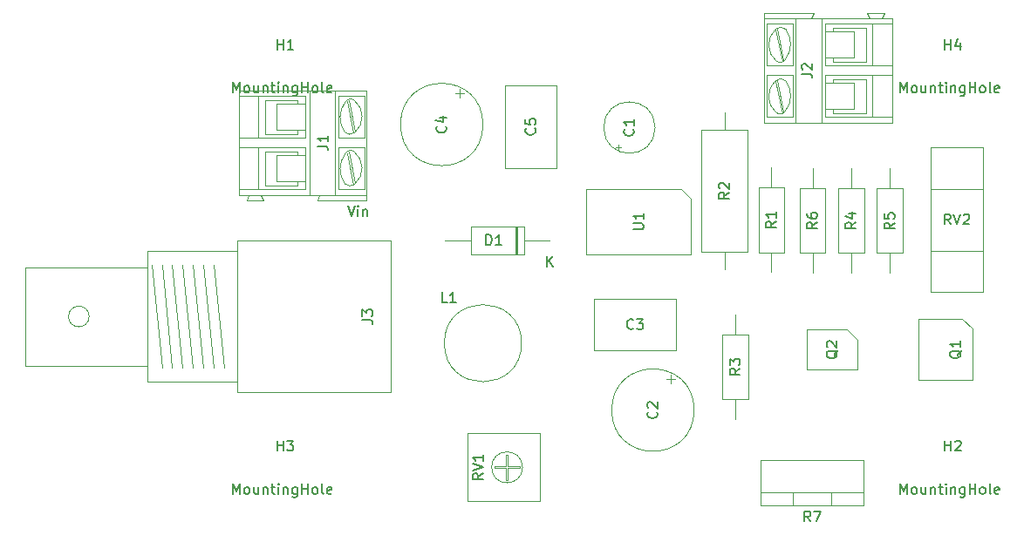
<source format=gbr>
G04 #@! TF.GenerationSoftware,KiCad,Pcbnew,5.0.2-bee76a0~70~ubuntu18.04.1*
G04 #@! TF.CreationDate,2019-07-19T14:17:51+01:00*
G04 #@! TF.ProjectId,led_driver,6c65645f-6472-4697-9665-722e6b696361,rev?*
G04 #@! TF.SameCoordinates,Original*
G04 #@! TF.FileFunction,Other,Fab,Top*
%FSLAX46Y46*%
G04 Gerber Fmt 4.6, Leading zero omitted, Abs format (unit mm)*
G04 Created by KiCad (PCBNEW 5.0.2-bee76a0~70~ubuntu18.04.1) date Fri 19 Jul 2019 14:17:51 BST*
%MOMM*%
%LPD*%
G01*
G04 APERTURE LIST*
%ADD10C,0.100000*%
%ADD11C,0.150000*%
G04 APERTURE END LIST*
D10*
G04 #@! TO.C,C1*
X127214000Y-66046800D02*
G75*
G03X127214000Y-66046800I-2500000J0D01*
G01*
X123626500Y-68180405D02*
X123626500Y-67680405D01*
X123376500Y-67930405D02*
X123876500Y-67930405D01*
G04 #@! TO.C,C2*
X131000000Y-93500000D02*
G75*
G03X131000000Y-93500000I-4000000J0D01*
G01*
X128747500Y-90073241D02*
X128747500Y-90873241D01*
X129147500Y-90473241D02*
X128347500Y-90473241D01*
G04 #@! TO.C,C3*
X129250000Y-87700000D02*
X129250000Y-82700000D01*
X129250000Y-82700000D02*
X121250000Y-82700000D01*
X121250000Y-82700000D02*
X121250000Y-87700000D01*
X121250000Y-87700000D02*
X129250000Y-87700000D01*
G04 #@! TO.C,C4*
X108647500Y-62723241D02*
X107847500Y-62723241D01*
X108247500Y-62323241D02*
X108247500Y-63123241D01*
X110500000Y-65750000D02*
G75*
G03X110500000Y-65750000I-4000000J0D01*
G01*
G04 #@! TO.C,C5*
X117663600Y-69950000D02*
X117663600Y-61950000D01*
X112663600Y-69950000D02*
X117663600Y-69950000D01*
X112663600Y-61950000D02*
X112663600Y-69950000D01*
X117663600Y-61950000D02*
X112663600Y-61950000D01*
G04 #@! TO.C,D1*
X114520000Y-78350000D02*
X114520000Y-75650000D01*
X114520000Y-75650000D02*
X109320000Y-75650000D01*
X109320000Y-75650000D02*
X109320000Y-78350000D01*
X109320000Y-78350000D02*
X114520000Y-78350000D01*
X117000000Y-77000000D02*
X114520000Y-77000000D01*
X106840000Y-77000000D02*
X109320000Y-77000000D01*
X113740000Y-78350000D02*
X113740000Y-75650000D01*
X113640000Y-78350000D02*
X113640000Y-75650000D01*
X113840000Y-78350000D02*
X113840000Y-75650000D01*
G04 #@! TO.C,J1*
X98058699Y-63437028D02*
G75*
G03X97130000Y-63580000I-408699J-432972D01*
G01*
X98071534Y-66539976D02*
G75*
G03X98000000Y-63380000I-1361534J1549976D01*
G01*
X97158582Y-63540171D02*
G75*
G03X97120000Y-66530000I1911418J-1519829D01*
G01*
X97086004Y-66485620D02*
G75*
G03X98050000Y-66530000I503996J455620D01*
G01*
X98058699Y-68437028D02*
G75*
G03X97130000Y-68580000I-408699J-432972D01*
G01*
X98061687Y-71538239D02*
G75*
G03X98000000Y-68390000I-1351687J1548239D01*
G01*
X97168263Y-68547667D02*
G75*
G03X97120000Y-71530000I1901737J-1522333D01*
G01*
X97076005Y-71485532D02*
G75*
G03X98050000Y-71540000I513995J455532D01*
G01*
X93250000Y-68360000D02*
X93250000Y-71670000D01*
X93250000Y-67980000D02*
X93250000Y-68360000D01*
X93250000Y-72050000D02*
X93250000Y-71670000D01*
X93640000Y-71670000D02*
X93640000Y-68360000D01*
X93640000Y-72610000D02*
X93640000Y-71670000D01*
X93640000Y-66660000D02*
X93640000Y-68360000D01*
X93640000Y-63360000D02*
X93640000Y-66660000D01*
X93640000Y-62420000D02*
X93640000Y-63360000D01*
X93250000Y-66660000D02*
X93250000Y-63360000D01*
X93250000Y-67040000D02*
X93250000Y-66660000D01*
X93250000Y-62980000D02*
X93250000Y-63360000D01*
X97320000Y-63510000D02*
X97950000Y-66560000D01*
X97450000Y-63380000D02*
X98080000Y-66440000D01*
X97320000Y-68520000D02*
X97950000Y-71560000D01*
X97450000Y-68390000D02*
X98080000Y-71440000D01*
X98970000Y-67040000D02*
X98970000Y-62980000D01*
X96430000Y-62980000D02*
X98970000Y-62980000D01*
X96430000Y-67040000D02*
X96430000Y-62980000D01*
X96430000Y-67040000D02*
X98970000Y-67040000D01*
X96430000Y-72050000D02*
X96430000Y-67980000D01*
X98970000Y-72050000D02*
X96430000Y-72050000D01*
X98970000Y-67980000D02*
X98970000Y-72050000D01*
X96430000Y-67980000D02*
X98970000Y-67980000D01*
X96170000Y-72610000D02*
X94650000Y-72610000D01*
X96170000Y-62420000D02*
X99220000Y-62420000D01*
X96170000Y-62420000D02*
X96170000Y-72610000D01*
X93640000Y-72610000D02*
X88940000Y-72610000D01*
X94650000Y-72610000D02*
X93640000Y-72610000D01*
X93640000Y-62420000D02*
X96170000Y-62420000D01*
X86780000Y-62420000D02*
X93640000Y-62420000D01*
X92490000Y-71670000D02*
X92490000Y-71280000D01*
X92490000Y-68360000D02*
X92490000Y-68740000D01*
X92490000Y-66660000D02*
X92490000Y-66280000D01*
X92490000Y-63360000D02*
X92490000Y-63740000D01*
X89320000Y-63360000D02*
X92490000Y-63360000D01*
X89320000Y-66660000D02*
X89320000Y-63360000D01*
X89320000Y-66660000D02*
X92490000Y-66660000D01*
X89320000Y-68360000D02*
X92490000Y-68360000D01*
X89320000Y-71670000D02*
X89320000Y-68360000D01*
X89320000Y-71670000D02*
X92490000Y-71670000D01*
X88680000Y-62980000D02*
X86780000Y-62980000D01*
X88680000Y-67040000D02*
X93250000Y-67040000D01*
X88680000Y-67040000D02*
X88680000Y-62980000D01*
X88680000Y-72050000D02*
X86780000Y-72050000D01*
X88680000Y-67980000D02*
X93250000Y-67980000D01*
X88680000Y-67980000D02*
X88680000Y-72050000D01*
X86780000Y-62980000D02*
X86780000Y-67040000D01*
X86780000Y-62420000D02*
X86780000Y-62980000D01*
X93250000Y-62980000D02*
X88680000Y-62980000D01*
X86780000Y-67040000D02*
X86780000Y-67980000D01*
X86780000Y-67040000D02*
X88680000Y-67040000D01*
X86780000Y-72050000D02*
X86780000Y-72610000D01*
X86780000Y-67980000D02*
X86780000Y-72050000D01*
X93250000Y-72050000D02*
X88680000Y-72050000D01*
X86780000Y-67980000D02*
X88680000Y-67980000D01*
X89190000Y-73110000D02*
X87540000Y-73110000D01*
X88940000Y-72610000D02*
X87790000Y-72610000D01*
X89190000Y-73110000D02*
X88940000Y-72610000D01*
X87790000Y-72610000D02*
X86780000Y-72610000D01*
X87540000Y-73110000D02*
X87790000Y-72610000D01*
X94400000Y-73110000D02*
X94650000Y-72610000D01*
X99220000Y-73110000D02*
X94400000Y-73110000D01*
X99220000Y-72610000D02*
X99220000Y-73110000D01*
X99220000Y-72610000D02*
X99220000Y-62420000D01*
X99220000Y-72610000D02*
X96170000Y-72610000D01*
X90460000Y-68740000D02*
X93250000Y-68740000D01*
X93250000Y-68740000D02*
X93250000Y-71280000D01*
X90460000Y-71280000D02*
X93250000Y-71280000D01*
X90460000Y-68740000D02*
X90460000Y-71280000D01*
X90460000Y-63740000D02*
X93250000Y-63740000D01*
X93250000Y-63740000D02*
X93250000Y-66280000D01*
X90460000Y-66280000D02*
X93250000Y-66280000D01*
X90460000Y-63740000D02*
X90460000Y-66280000D01*
G04 #@! TO.C,J2*
X146540000Y-64260000D02*
X146540000Y-61720000D01*
X146540000Y-61720000D02*
X143750000Y-61720000D01*
X143750000Y-64260000D02*
X143750000Y-61720000D01*
X146540000Y-64260000D02*
X143750000Y-64260000D01*
X146540000Y-59260000D02*
X146540000Y-56720000D01*
X146540000Y-56720000D02*
X143750000Y-56720000D01*
X143750000Y-59260000D02*
X143750000Y-56720000D01*
X146540000Y-59260000D02*
X143750000Y-59260000D01*
X137780000Y-55390000D02*
X140830000Y-55390000D01*
X137780000Y-55390000D02*
X137780000Y-65580000D01*
X137780000Y-55390000D02*
X137780000Y-54890000D01*
X137780000Y-54890000D02*
X142600000Y-54890000D01*
X142600000Y-54890000D02*
X142350000Y-55390000D01*
X149460000Y-54890000D02*
X149210000Y-55390000D01*
X149210000Y-55390000D02*
X150220000Y-55390000D01*
X147810000Y-54890000D02*
X148060000Y-55390000D01*
X148060000Y-55390000D02*
X149210000Y-55390000D01*
X147810000Y-54890000D02*
X149460000Y-54890000D01*
X150220000Y-60020000D02*
X148320000Y-60020000D01*
X143750000Y-55950000D02*
X148320000Y-55950000D01*
X150220000Y-60020000D02*
X150220000Y-55950000D01*
X150220000Y-55950000D02*
X150220000Y-55390000D01*
X150220000Y-60960000D02*
X148320000Y-60960000D01*
X150220000Y-60960000D02*
X150220000Y-60020000D01*
X143750000Y-65020000D02*
X148320000Y-65020000D01*
X150220000Y-65580000D02*
X150220000Y-65020000D01*
X150220000Y-65020000D02*
X150220000Y-60960000D01*
X148320000Y-60020000D02*
X148320000Y-55950000D01*
X148320000Y-60020000D02*
X143750000Y-60020000D01*
X148320000Y-55950000D02*
X150220000Y-55950000D01*
X148320000Y-60960000D02*
X148320000Y-65020000D01*
X148320000Y-60960000D02*
X143750000Y-60960000D01*
X148320000Y-65020000D02*
X150220000Y-65020000D01*
X147680000Y-56330000D02*
X144510000Y-56330000D01*
X147680000Y-56330000D02*
X147680000Y-59640000D01*
X147680000Y-59640000D02*
X144510000Y-59640000D01*
X147680000Y-61340000D02*
X144510000Y-61340000D01*
X147680000Y-61340000D02*
X147680000Y-64640000D01*
X147680000Y-64640000D02*
X144510000Y-64640000D01*
X144510000Y-64640000D02*
X144510000Y-64260000D01*
X144510000Y-61340000D02*
X144510000Y-61720000D01*
X144510000Y-59640000D02*
X144510000Y-59260000D01*
X144510000Y-56330000D02*
X144510000Y-56720000D01*
X150220000Y-65580000D02*
X143360000Y-65580000D01*
X143360000Y-65580000D02*
X140830000Y-65580000D01*
X142350000Y-55390000D02*
X143360000Y-55390000D01*
X143360000Y-55390000D02*
X148060000Y-55390000D01*
X140830000Y-65580000D02*
X140830000Y-55390000D01*
X140830000Y-65580000D02*
X137780000Y-65580000D01*
X140830000Y-55390000D02*
X142350000Y-55390000D01*
X140570000Y-60020000D02*
X138030000Y-60020000D01*
X138030000Y-60020000D02*
X138030000Y-55950000D01*
X138030000Y-55950000D02*
X140570000Y-55950000D01*
X140570000Y-55950000D02*
X140570000Y-60020000D01*
X140570000Y-60960000D02*
X138030000Y-60960000D01*
X140570000Y-60960000D02*
X140570000Y-65020000D01*
X140570000Y-65020000D02*
X138030000Y-65020000D01*
X138030000Y-60960000D02*
X138030000Y-65020000D01*
X139550000Y-59610000D02*
X138920000Y-56560000D01*
X139680000Y-59480000D02*
X139050000Y-56440000D01*
X139550000Y-64620000D02*
X138920000Y-61560000D01*
X139680000Y-64490000D02*
X139050000Y-61440000D01*
X143750000Y-65020000D02*
X143750000Y-64640000D01*
X143750000Y-60960000D02*
X143750000Y-61340000D01*
X143750000Y-61340000D02*
X143750000Y-64640000D01*
X143360000Y-65580000D02*
X143360000Y-64640000D01*
X143360000Y-64640000D02*
X143360000Y-61340000D01*
X143360000Y-61340000D02*
X143360000Y-59640000D01*
X143360000Y-55390000D02*
X143360000Y-56330000D01*
X143360000Y-56330000D02*
X143360000Y-59640000D01*
X143750000Y-55950000D02*
X143750000Y-56330000D01*
X143750000Y-60020000D02*
X143750000Y-59640000D01*
X143750000Y-59640000D02*
X143750000Y-56330000D01*
X139923995Y-56514468D02*
G75*
G03X138950000Y-56460000I-513995J-455532D01*
G01*
X139831737Y-59452333D02*
G75*
G03X139880000Y-56470000I-1901737J1522333D01*
G01*
X138938313Y-56461761D02*
G75*
G03X139000000Y-59610000I1351687J-1548239D01*
G01*
X138941301Y-59562972D02*
G75*
G03X139870000Y-59420000I408699J432972D01*
G01*
X139913996Y-61514380D02*
G75*
G03X138950000Y-61470000I-503996J-455620D01*
G01*
X139841418Y-64459829D02*
G75*
G03X139880000Y-61470000I-1911418J1519829D01*
G01*
X138928466Y-61460024D02*
G75*
G03X139000000Y-64620000I1361534J-1549976D01*
G01*
X138941301Y-64562972D02*
G75*
G03X139870000Y-64420000I408699J432972D01*
G01*
G04 #@! TO.C,J3*
X79339400Y-89404200D02*
X78339400Y-79404200D01*
X80339400Y-89404200D02*
X79339400Y-79404200D01*
X81339400Y-89404200D02*
X80339400Y-79404200D01*
X82339400Y-89404200D02*
X81339400Y-79404200D01*
X83339400Y-89404200D02*
X82339400Y-79404200D01*
X84339400Y-89404200D02*
X83339400Y-79404200D01*
X72269400Y-84404200D02*
G75*
G03X72269400Y-84404200I-1000000J0D01*
G01*
X77939400Y-79604200D02*
X66039400Y-79604200D01*
X66039400Y-79604200D02*
X66039400Y-89204200D01*
X66039400Y-89204200D02*
X77939400Y-89204200D01*
X86639400Y-78054200D02*
X77939400Y-78054200D01*
X77939400Y-78054200D02*
X77939400Y-90754200D01*
X77939400Y-90754200D02*
X86639400Y-90754200D01*
X101539400Y-91754200D02*
X101539400Y-77054200D01*
X101539400Y-77054200D02*
X86639400Y-77054200D01*
X86639400Y-77054200D02*
X86639400Y-91754200D01*
X86639400Y-91754200D02*
X101539400Y-91754200D01*
X85339400Y-89404200D02*
X84339400Y-79404200D01*
G04 #@! TO.C,Q1*
X158000000Y-85600000D02*
X158000000Y-90600000D01*
X152800000Y-84600000D02*
X157000000Y-84600000D01*
X152800000Y-90600000D02*
X152800000Y-84600000D01*
X158000000Y-90600000D02*
X152800000Y-90600000D01*
X158000000Y-85600000D02*
X157000000Y-84600000D01*
G04 #@! TO.C,Q2*
X146850000Y-86650000D02*
X146850000Y-89550000D01*
X146850000Y-89550000D02*
X141950000Y-89550000D01*
X141950000Y-89550000D02*
X141950000Y-85650000D01*
X141950000Y-85650000D02*
X145850000Y-85650000D01*
X145850000Y-85650000D02*
X146850000Y-86650000D01*
G04 #@! TO.C,R1*
X137250000Y-78168400D02*
X139750000Y-78168400D01*
X139750000Y-78168400D02*
X139750000Y-71868400D01*
X139750000Y-71868400D02*
X137250000Y-71868400D01*
X137250000Y-71868400D02*
X137250000Y-78168400D01*
X138500000Y-80098400D02*
X138500000Y-78168400D01*
X138500000Y-69938400D02*
X138500000Y-71868400D01*
G04 #@! TO.C,R3*
X135000000Y-94360000D02*
X135000000Y-92430000D01*
X135000000Y-84200000D02*
X135000000Y-86130000D01*
X136250000Y-92430000D02*
X136250000Y-86130000D01*
X133750000Y-92430000D02*
X136250000Y-92430000D01*
X133750000Y-86130000D02*
X133750000Y-92430000D01*
X136250000Y-86130000D02*
X133750000Y-86130000D01*
G04 #@! TO.C,R4*
X147500000Y-71930000D02*
X145000000Y-71930000D01*
X145000000Y-71930000D02*
X145000000Y-78230000D01*
X145000000Y-78230000D02*
X147500000Y-78230000D01*
X147500000Y-78230000D02*
X147500000Y-71930000D01*
X146250000Y-70000000D02*
X146250000Y-71930000D01*
X146250000Y-80160000D02*
X146250000Y-78230000D01*
G04 #@! TO.C,R5*
X151250000Y-71930000D02*
X148750000Y-71930000D01*
X148750000Y-71930000D02*
X148750000Y-78230000D01*
X148750000Y-78230000D02*
X151250000Y-78230000D01*
X151250000Y-78230000D02*
X151250000Y-71930000D01*
X150000000Y-70000000D02*
X150000000Y-71930000D01*
X150000000Y-80160000D02*
X150000000Y-78230000D01*
G04 #@! TO.C,R6*
X142500000Y-70000000D02*
X142500000Y-71930000D01*
X142500000Y-80160000D02*
X142500000Y-78230000D01*
X141250000Y-71930000D02*
X141250000Y-78230000D01*
X143750000Y-71930000D02*
X141250000Y-71930000D01*
X143750000Y-78230000D02*
X143750000Y-71930000D01*
X141250000Y-78230000D02*
X143750000Y-78230000D01*
G04 #@! TO.C,RV2*
X159000000Y-68000000D02*
X159000000Y-82000000D01*
X159000000Y-82000000D02*
X154000000Y-82000000D01*
X154000000Y-82000000D02*
X154000000Y-68000000D01*
X154000000Y-68000000D02*
X159000000Y-68000000D01*
X154000000Y-72000000D02*
X154000000Y-78000000D01*
X154000000Y-78000000D02*
X159000000Y-78000000D01*
X159000000Y-78000000D02*
X159000000Y-72000000D01*
X159000000Y-72000000D02*
X154000000Y-72000000D01*
G04 #@! TO.C,U1*
X130708400Y-72995800D02*
X130708400Y-78345800D01*
X130708400Y-78345800D02*
X120548400Y-78345800D01*
X120548400Y-78345800D02*
X120548400Y-71995800D01*
X120548400Y-71995800D02*
X129708400Y-71995800D01*
X129708400Y-71995800D02*
X130708400Y-72995800D01*
G04 #@! TO.C,L1*
X114250000Y-87000000D02*
G75*
G03X114250000Y-87000000I-3750000J0D01*
G01*
G04 #@! TO.C,R2*
X131709600Y-78130000D02*
X136209600Y-78130000D01*
X136209600Y-78130000D02*
X136209600Y-66230000D01*
X136209600Y-66230000D02*
X131709600Y-66230000D01*
X131709600Y-66230000D02*
X131709600Y-78130000D01*
X133959600Y-79800000D02*
X133959600Y-78130000D01*
X133959600Y-64560000D02*
X133959600Y-66230000D01*
G04 #@! TO.C,R7*
X147460000Y-102750000D02*
X147460000Y-98350000D01*
X147460000Y-98350000D02*
X137460000Y-98350000D01*
X137460000Y-98350000D02*
X137460000Y-102750000D01*
X137460000Y-102750000D02*
X147460000Y-102750000D01*
X147460000Y-101480000D02*
X137460000Y-101480000D01*
X144310000Y-102750000D02*
X144310000Y-101480000D01*
X140610000Y-102750000D02*
X140610000Y-101480000D01*
G04 #@! TO.C,RV1*
X114340000Y-99060000D02*
G75*
G03X114340000Y-99060000I-1500000J0D01*
G01*
X109040000Y-95760000D02*
X109040000Y-102360000D01*
X109040000Y-102360000D02*
X116040000Y-102360000D01*
X116040000Y-102360000D02*
X116040000Y-95760000D01*
X116040000Y-95760000D02*
X109040000Y-95760000D01*
X111639000Y-98984000D02*
X112764000Y-98984000D01*
X112764000Y-98984000D02*
X112764000Y-97859000D01*
X112764000Y-97859000D02*
X112916000Y-97859000D01*
X112916000Y-97859000D02*
X112916000Y-98984000D01*
X112916000Y-98984000D02*
X114041000Y-98984000D01*
X114041000Y-98984000D02*
X114041000Y-99136000D01*
X114041000Y-99136000D02*
X112916000Y-99136000D01*
X112916000Y-99136000D02*
X112916000Y-100261000D01*
X112916000Y-100261000D02*
X112764000Y-100261000D01*
X112764000Y-100261000D02*
X112764000Y-99136000D01*
X112764000Y-99136000D02*
X111639000Y-99136000D01*
X111639000Y-99136000D02*
X111639000Y-98984000D01*
G04 #@! TD*
G04 #@! TO.C,C1*
D11*
X125071142Y-66213466D02*
X125118761Y-66261085D01*
X125166380Y-66403942D01*
X125166380Y-66499180D01*
X125118761Y-66642038D01*
X125023523Y-66737276D01*
X124928285Y-66784895D01*
X124737809Y-66832514D01*
X124594952Y-66832514D01*
X124404476Y-66784895D01*
X124309238Y-66737276D01*
X124214000Y-66642038D01*
X124166380Y-66499180D01*
X124166380Y-66403942D01*
X124214000Y-66261085D01*
X124261619Y-66213466D01*
X125166380Y-65261085D02*
X125166380Y-65832514D01*
X125166380Y-65546800D02*
X124166380Y-65546800D01*
X124309238Y-65642038D01*
X124404476Y-65737276D01*
X124452095Y-65832514D01*
G04 #@! TO.C,C2*
X127357142Y-93666666D02*
X127404761Y-93714285D01*
X127452380Y-93857142D01*
X127452380Y-93952380D01*
X127404761Y-94095238D01*
X127309523Y-94190476D01*
X127214285Y-94238095D01*
X127023809Y-94285714D01*
X126880952Y-94285714D01*
X126690476Y-94238095D01*
X126595238Y-94190476D01*
X126500000Y-94095238D01*
X126452380Y-93952380D01*
X126452380Y-93857142D01*
X126500000Y-93714285D01*
X126547619Y-93666666D01*
X126547619Y-93285714D02*
X126500000Y-93238095D01*
X126452380Y-93142857D01*
X126452380Y-92904761D01*
X126500000Y-92809523D01*
X126547619Y-92761904D01*
X126642857Y-92714285D01*
X126738095Y-92714285D01*
X126880952Y-92761904D01*
X127452380Y-93333333D01*
X127452380Y-92714285D01*
G04 #@! TO.C,C3*
X125083333Y-85557142D02*
X125035714Y-85604761D01*
X124892857Y-85652380D01*
X124797619Y-85652380D01*
X124654761Y-85604761D01*
X124559523Y-85509523D01*
X124511904Y-85414285D01*
X124464285Y-85223809D01*
X124464285Y-85080952D01*
X124511904Y-84890476D01*
X124559523Y-84795238D01*
X124654761Y-84700000D01*
X124797619Y-84652380D01*
X124892857Y-84652380D01*
X125035714Y-84700000D01*
X125083333Y-84747619D01*
X125416666Y-84652380D02*
X126035714Y-84652380D01*
X125702380Y-85033333D01*
X125845238Y-85033333D01*
X125940476Y-85080952D01*
X125988095Y-85128571D01*
X126035714Y-85223809D01*
X126035714Y-85461904D01*
X125988095Y-85557142D01*
X125940476Y-85604761D01*
X125845238Y-85652380D01*
X125559523Y-85652380D01*
X125464285Y-85604761D01*
X125416666Y-85557142D01*
G04 #@! TO.C,C4*
X106857142Y-65916666D02*
X106904761Y-65964285D01*
X106952380Y-66107142D01*
X106952380Y-66202380D01*
X106904761Y-66345238D01*
X106809523Y-66440476D01*
X106714285Y-66488095D01*
X106523809Y-66535714D01*
X106380952Y-66535714D01*
X106190476Y-66488095D01*
X106095238Y-66440476D01*
X106000000Y-66345238D01*
X105952380Y-66202380D01*
X105952380Y-66107142D01*
X106000000Y-65964285D01*
X106047619Y-65916666D01*
X106285714Y-65059523D02*
X106952380Y-65059523D01*
X105904761Y-65297619D02*
X106619047Y-65535714D01*
X106619047Y-64916666D01*
G04 #@! TO.C,C5*
X115520742Y-66116666D02*
X115568361Y-66164285D01*
X115615980Y-66307142D01*
X115615980Y-66402380D01*
X115568361Y-66545238D01*
X115473123Y-66640476D01*
X115377885Y-66688095D01*
X115187409Y-66735714D01*
X115044552Y-66735714D01*
X114854076Y-66688095D01*
X114758838Y-66640476D01*
X114663600Y-66545238D01*
X114615980Y-66402380D01*
X114615980Y-66307142D01*
X114663600Y-66164285D01*
X114711219Y-66116666D01*
X114615980Y-65211904D02*
X114615980Y-65688095D01*
X115092171Y-65735714D01*
X115044552Y-65688095D01*
X114996933Y-65592857D01*
X114996933Y-65354761D01*
X115044552Y-65259523D01*
X115092171Y-65211904D01*
X115187409Y-65164285D01*
X115425504Y-65164285D01*
X115520742Y-65211904D01*
X115568361Y-65259523D01*
X115615980Y-65354761D01*
X115615980Y-65592857D01*
X115568361Y-65688095D01*
X115520742Y-65735714D01*
G04 #@! TO.C,D1*
X110791904Y-77452380D02*
X110791904Y-76452380D01*
X111030000Y-76452380D01*
X111172857Y-76500000D01*
X111268095Y-76595238D01*
X111315714Y-76690476D01*
X111363333Y-76880952D01*
X111363333Y-77023809D01*
X111315714Y-77214285D01*
X111268095Y-77309523D01*
X111172857Y-77404761D01*
X111030000Y-77452380D01*
X110791904Y-77452380D01*
X112315714Y-77452380D02*
X111744285Y-77452380D01*
X112030000Y-77452380D02*
X112030000Y-76452380D01*
X111934761Y-76595238D01*
X111839523Y-76690476D01*
X111744285Y-76738095D01*
X116738095Y-79552380D02*
X116738095Y-78552380D01*
X117309523Y-79552380D02*
X116880952Y-78980952D01*
X117309523Y-78552380D02*
X116738095Y-79123809D01*
G04 #@! TO.C,J1*
X97376190Y-73652380D02*
X97709523Y-74652380D01*
X98042857Y-73652380D01*
X98376190Y-74652380D02*
X98376190Y-73985714D01*
X98376190Y-73652380D02*
X98328571Y-73700000D01*
X98376190Y-73747619D01*
X98423809Y-73700000D01*
X98376190Y-73652380D01*
X98376190Y-73747619D01*
X98852380Y-73985714D02*
X98852380Y-74652380D01*
X98852380Y-74080952D02*
X98900000Y-74033333D01*
X98995238Y-73985714D01*
X99138095Y-73985714D01*
X99233333Y-74033333D01*
X99280952Y-74128571D01*
X99280952Y-74652380D01*
X94452380Y-67833333D02*
X95166666Y-67833333D01*
X95309523Y-67880952D01*
X95404761Y-67976190D01*
X95452380Y-68119047D01*
X95452380Y-68214285D01*
X95452380Y-66833333D02*
X95452380Y-67404761D01*
X95452380Y-67119047D02*
X94452380Y-67119047D01*
X94595238Y-67214285D01*
X94690476Y-67309523D01*
X94738095Y-67404761D01*
G04 #@! TO.C,J2*
X141452380Y-60833333D02*
X142166666Y-60833333D01*
X142309523Y-60880952D01*
X142404761Y-60976190D01*
X142452380Y-61119047D01*
X142452380Y-61214285D01*
X141547619Y-60404761D02*
X141500000Y-60357142D01*
X141452380Y-60261904D01*
X141452380Y-60023809D01*
X141500000Y-59928571D01*
X141547619Y-59880952D01*
X141642857Y-59833333D01*
X141738095Y-59833333D01*
X141880952Y-59880952D01*
X142452380Y-60452380D01*
X142452380Y-59833333D01*
G04 #@! TO.C,J3*
X98791780Y-84737533D02*
X99506066Y-84737533D01*
X99648923Y-84785152D01*
X99744161Y-84880390D01*
X99791780Y-85023247D01*
X99791780Y-85118485D01*
X98791780Y-84356580D02*
X98791780Y-83737533D01*
X99172733Y-84070866D01*
X99172733Y-83928009D01*
X99220352Y-83832771D01*
X99267971Y-83785152D01*
X99363209Y-83737533D01*
X99601304Y-83737533D01*
X99696542Y-83785152D01*
X99744161Y-83832771D01*
X99791780Y-83928009D01*
X99791780Y-84213723D01*
X99744161Y-84308961D01*
X99696542Y-84356580D01*
G04 #@! TO.C,Q1*
X156947619Y-87695238D02*
X156900000Y-87790476D01*
X156804761Y-87885714D01*
X156661904Y-88028571D01*
X156614285Y-88123809D01*
X156614285Y-88219047D01*
X156852380Y-88171428D02*
X156804761Y-88266666D01*
X156709523Y-88361904D01*
X156519047Y-88409523D01*
X156185714Y-88409523D01*
X155995238Y-88361904D01*
X155900000Y-88266666D01*
X155852380Y-88171428D01*
X155852380Y-87980952D01*
X155900000Y-87885714D01*
X155995238Y-87790476D01*
X156185714Y-87742857D01*
X156519047Y-87742857D01*
X156709523Y-87790476D01*
X156804761Y-87885714D01*
X156852380Y-87980952D01*
X156852380Y-88171428D01*
X156852380Y-86790476D02*
X156852380Y-87361904D01*
X156852380Y-87076190D02*
X155852380Y-87076190D01*
X155995238Y-87171428D01*
X156090476Y-87266666D01*
X156138095Y-87361904D01*
G04 #@! TO.C,Q2*
X144947619Y-87695238D02*
X144900000Y-87790476D01*
X144804761Y-87885714D01*
X144661904Y-88028571D01*
X144614285Y-88123809D01*
X144614285Y-88219047D01*
X144852380Y-88171428D02*
X144804761Y-88266666D01*
X144709523Y-88361904D01*
X144519047Y-88409523D01*
X144185714Y-88409523D01*
X143995238Y-88361904D01*
X143900000Y-88266666D01*
X143852380Y-88171428D01*
X143852380Y-87980952D01*
X143900000Y-87885714D01*
X143995238Y-87790476D01*
X144185714Y-87742857D01*
X144519047Y-87742857D01*
X144709523Y-87790476D01*
X144804761Y-87885714D01*
X144852380Y-87980952D01*
X144852380Y-88171428D01*
X143947619Y-87361904D02*
X143900000Y-87314285D01*
X143852380Y-87219047D01*
X143852380Y-86980952D01*
X143900000Y-86885714D01*
X143947619Y-86838095D01*
X144042857Y-86790476D01*
X144138095Y-86790476D01*
X144280952Y-86838095D01*
X144852380Y-87409523D01*
X144852380Y-86790476D01*
G04 #@! TO.C,R1*
X138952380Y-75185066D02*
X138476190Y-75518400D01*
X138952380Y-75756495D02*
X137952380Y-75756495D01*
X137952380Y-75375542D01*
X138000000Y-75280304D01*
X138047619Y-75232685D01*
X138142857Y-75185066D01*
X138285714Y-75185066D01*
X138380952Y-75232685D01*
X138428571Y-75280304D01*
X138476190Y-75375542D01*
X138476190Y-75756495D01*
X138952380Y-74232685D02*
X138952380Y-74804114D01*
X138952380Y-74518400D02*
X137952380Y-74518400D01*
X138095238Y-74613638D01*
X138190476Y-74708876D01*
X138238095Y-74804114D01*
G04 #@! TO.C,R3*
X135452380Y-89446666D02*
X134976190Y-89780000D01*
X135452380Y-90018095D02*
X134452380Y-90018095D01*
X134452380Y-89637142D01*
X134500000Y-89541904D01*
X134547619Y-89494285D01*
X134642857Y-89446666D01*
X134785714Y-89446666D01*
X134880952Y-89494285D01*
X134928571Y-89541904D01*
X134976190Y-89637142D01*
X134976190Y-90018095D01*
X134452380Y-89113333D02*
X134452380Y-88494285D01*
X134833333Y-88827619D01*
X134833333Y-88684761D01*
X134880952Y-88589523D01*
X134928571Y-88541904D01*
X135023809Y-88494285D01*
X135261904Y-88494285D01*
X135357142Y-88541904D01*
X135404761Y-88589523D01*
X135452380Y-88684761D01*
X135452380Y-88970476D01*
X135404761Y-89065714D01*
X135357142Y-89113333D01*
G04 #@! TO.C,R4*
X146702380Y-75246666D02*
X146226190Y-75580000D01*
X146702380Y-75818095D02*
X145702380Y-75818095D01*
X145702380Y-75437142D01*
X145750000Y-75341904D01*
X145797619Y-75294285D01*
X145892857Y-75246666D01*
X146035714Y-75246666D01*
X146130952Y-75294285D01*
X146178571Y-75341904D01*
X146226190Y-75437142D01*
X146226190Y-75818095D01*
X146035714Y-74389523D02*
X146702380Y-74389523D01*
X145654761Y-74627619D02*
X146369047Y-74865714D01*
X146369047Y-74246666D01*
G04 #@! TO.C,R5*
X150452380Y-75297466D02*
X149976190Y-75630800D01*
X150452380Y-75868895D02*
X149452380Y-75868895D01*
X149452380Y-75487942D01*
X149500000Y-75392704D01*
X149547619Y-75345085D01*
X149642857Y-75297466D01*
X149785714Y-75297466D01*
X149880952Y-75345085D01*
X149928571Y-75392704D01*
X149976190Y-75487942D01*
X149976190Y-75868895D01*
X149452380Y-74392704D02*
X149452380Y-74868895D01*
X149928571Y-74916514D01*
X149880952Y-74868895D01*
X149833333Y-74773657D01*
X149833333Y-74535561D01*
X149880952Y-74440323D01*
X149928571Y-74392704D01*
X150023809Y-74345085D01*
X150261904Y-74345085D01*
X150357142Y-74392704D01*
X150404761Y-74440323D01*
X150452380Y-74535561D01*
X150452380Y-74773657D01*
X150404761Y-74868895D01*
X150357142Y-74916514D01*
G04 #@! TO.C,R6*
X142952380Y-75246666D02*
X142476190Y-75580000D01*
X142952380Y-75818095D02*
X141952380Y-75818095D01*
X141952380Y-75437142D01*
X142000000Y-75341904D01*
X142047619Y-75294285D01*
X142142857Y-75246666D01*
X142285714Y-75246666D01*
X142380952Y-75294285D01*
X142428571Y-75341904D01*
X142476190Y-75437142D01*
X142476190Y-75818095D01*
X141952380Y-74389523D02*
X141952380Y-74580000D01*
X142000000Y-74675238D01*
X142047619Y-74722857D01*
X142190476Y-74818095D01*
X142380952Y-74865714D01*
X142761904Y-74865714D01*
X142857142Y-74818095D01*
X142904761Y-74770476D01*
X142952380Y-74675238D01*
X142952380Y-74484761D01*
X142904761Y-74389523D01*
X142857142Y-74341904D01*
X142761904Y-74294285D01*
X142523809Y-74294285D01*
X142428571Y-74341904D01*
X142380952Y-74389523D01*
X142333333Y-74484761D01*
X142333333Y-74675238D01*
X142380952Y-74770476D01*
X142428571Y-74818095D01*
X142523809Y-74865714D01*
G04 #@! TO.C,RV2*
X155904761Y-75452380D02*
X155571428Y-74976190D01*
X155333333Y-75452380D02*
X155333333Y-74452380D01*
X155714285Y-74452380D01*
X155809523Y-74500000D01*
X155857142Y-74547619D01*
X155904761Y-74642857D01*
X155904761Y-74785714D01*
X155857142Y-74880952D01*
X155809523Y-74928571D01*
X155714285Y-74976190D01*
X155333333Y-74976190D01*
X156190476Y-74452380D02*
X156523809Y-75452380D01*
X156857142Y-74452380D01*
X157142857Y-74547619D02*
X157190476Y-74500000D01*
X157285714Y-74452380D01*
X157523809Y-74452380D01*
X157619047Y-74500000D01*
X157666666Y-74547619D01*
X157714285Y-74642857D01*
X157714285Y-74738095D01*
X157666666Y-74880952D01*
X157095238Y-75452380D01*
X157714285Y-75452380D01*
G04 #@! TO.C,U1*
X125080780Y-75932704D02*
X125890304Y-75932704D01*
X125985542Y-75885085D01*
X126033161Y-75837466D01*
X126080780Y-75742228D01*
X126080780Y-75551752D01*
X126033161Y-75456514D01*
X125985542Y-75408895D01*
X125890304Y-75361276D01*
X125080780Y-75361276D01*
X126080780Y-74361276D02*
X126080780Y-74932704D01*
X126080780Y-74646990D02*
X125080780Y-74646990D01*
X125223638Y-74742228D01*
X125318876Y-74837466D01*
X125366495Y-74932704D01*
G04 #@! TO.C,H1*
X86214285Y-62652380D02*
X86214285Y-61652380D01*
X86547619Y-62366666D01*
X86880952Y-61652380D01*
X86880952Y-62652380D01*
X87500000Y-62652380D02*
X87404761Y-62604761D01*
X87357142Y-62557142D01*
X87309523Y-62461904D01*
X87309523Y-62176190D01*
X87357142Y-62080952D01*
X87404761Y-62033333D01*
X87500000Y-61985714D01*
X87642857Y-61985714D01*
X87738095Y-62033333D01*
X87785714Y-62080952D01*
X87833333Y-62176190D01*
X87833333Y-62461904D01*
X87785714Y-62557142D01*
X87738095Y-62604761D01*
X87642857Y-62652380D01*
X87500000Y-62652380D01*
X88690476Y-61985714D02*
X88690476Y-62652380D01*
X88261904Y-61985714D02*
X88261904Y-62509523D01*
X88309523Y-62604761D01*
X88404761Y-62652380D01*
X88547619Y-62652380D01*
X88642857Y-62604761D01*
X88690476Y-62557142D01*
X89166666Y-61985714D02*
X89166666Y-62652380D01*
X89166666Y-62080952D02*
X89214285Y-62033333D01*
X89309523Y-61985714D01*
X89452380Y-61985714D01*
X89547619Y-62033333D01*
X89595238Y-62128571D01*
X89595238Y-62652380D01*
X89928571Y-61985714D02*
X90309523Y-61985714D01*
X90071428Y-61652380D02*
X90071428Y-62509523D01*
X90119047Y-62604761D01*
X90214285Y-62652380D01*
X90309523Y-62652380D01*
X90642857Y-62652380D02*
X90642857Y-61985714D01*
X90642857Y-61652380D02*
X90595238Y-61700000D01*
X90642857Y-61747619D01*
X90690476Y-61700000D01*
X90642857Y-61652380D01*
X90642857Y-61747619D01*
X91119047Y-61985714D02*
X91119047Y-62652380D01*
X91119047Y-62080952D02*
X91166666Y-62033333D01*
X91261904Y-61985714D01*
X91404761Y-61985714D01*
X91500000Y-62033333D01*
X91547619Y-62128571D01*
X91547619Y-62652380D01*
X92452380Y-61985714D02*
X92452380Y-62795238D01*
X92404761Y-62890476D01*
X92357142Y-62938095D01*
X92261904Y-62985714D01*
X92119047Y-62985714D01*
X92023809Y-62938095D01*
X92452380Y-62604761D02*
X92357142Y-62652380D01*
X92166666Y-62652380D01*
X92071428Y-62604761D01*
X92023809Y-62557142D01*
X91976190Y-62461904D01*
X91976190Y-62176190D01*
X92023809Y-62080952D01*
X92071428Y-62033333D01*
X92166666Y-61985714D01*
X92357142Y-61985714D01*
X92452380Y-62033333D01*
X92928571Y-62652380D02*
X92928571Y-61652380D01*
X92928571Y-62128571D02*
X93500000Y-62128571D01*
X93500000Y-62652380D02*
X93500000Y-61652380D01*
X94119047Y-62652380D02*
X94023809Y-62604761D01*
X93976190Y-62557142D01*
X93928571Y-62461904D01*
X93928571Y-62176190D01*
X93976190Y-62080952D01*
X94023809Y-62033333D01*
X94119047Y-61985714D01*
X94261904Y-61985714D01*
X94357142Y-62033333D01*
X94404761Y-62080952D01*
X94452380Y-62176190D01*
X94452380Y-62461904D01*
X94404761Y-62557142D01*
X94357142Y-62604761D01*
X94261904Y-62652380D01*
X94119047Y-62652380D01*
X95023809Y-62652380D02*
X94928571Y-62604761D01*
X94880952Y-62509523D01*
X94880952Y-61652380D01*
X95785714Y-62604761D02*
X95690476Y-62652380D01*
X95500000Y-62652380D01*
X95404761Y-62604761D01*
X95357142Y-62509523D01*
X95357142Y-62128571D01*
X95404761Y-62033333D01*
X95500000Y-61985714D01*
X95690476Y-61985714D01*
X95785714Y-62033333D01*
X95833333Y-62128571D01*
X95833333Y-62223809D01*
X95357142Y-62319047D01*
X90538095Y-58452380D02*
X90538095Y-57452380D01*
X90538095Y-57928571D02*
X91109523Y-57928571D01*
X91109523Y-58452380D02*
X91109523Y-57452380D01*
X92109523Y-58452380D02*
X91538095Y-58452380D01*
X91823809Y-58452380D02*
X91823809Y-57452380D01*
X91728571Y-57595238D01*
X91633333Y-57690476D01*
X91538095Y-57738095D01*
G04 #@! TO.C,H2*
X151014285Y-101652380D02*
X151014285Y-100652380D01*
X151347619Y-101366666D01*
X151680952Y-100652380D01*
X151680952Y-101652380D01*
X152300000Y-101652380D02*
X152204761Y-101604761D01*
X152157142Y-101557142D01*
X152109523Y-101461904D01*
X152109523Y-101176190D01*
X152157142Y-101080952D01*
X152204761Y-101033333D01*
X152300000Y-100985714D01*
X152442857Y-100985714D01*
X152538095Y-101033333D01*
X152585714Y-101080952D01*
X152633333Y-101176190D01*
X152633333Y-101461904D01*
X152585714Y-101557142D01*
X152538095Y-101604761D01*
X152442857Y-101652380D01*
X152300000Y-101652380D01*
X153490476Y-100985714D02*
X153490476Y-101652380D01*
X153061904Y-100985714D02*
X153061904Y-101509523D01*
X153109523Y-101604761D01*
X153204761Y-101652380D01*
X153347619Y-101652380D01*
X153442857Y-101604761D01*
X153490476Y-101557142D01*
X153966666Y-100985714D02*
X153966666Y-101652380D01*
X153966666Y-101080952D02*
X154014285Y-101033333D01*
X154109523Y-100985714D01*
X154252380Y-100985714D01*
X154347619Y-101033333D01*
X154395238Y-101128571D01*
X154395238Y-101652380D01*
X154728571Y-100985714D02*
X155109523Y-100985714D01*
X154871428Y-100652380D02*
X154871428Y-101509523D01*
X154919047Y-101604761D01*
X155014285Y-101652380D01*
X155109523Y-101652380D01*
X155442857Y-101652380D02*
X155442857Y-100985714D01*
X155442857Y-100652380D02*
X155395238Y-100700000D01*
X155442857Y-100747619D01*
X155490476Y-100700000D01*
X155442857Y-100652380D01*
X155442857Y-100747619D01*
X155919047Y-100985714D02*
X155919047Y-101652380D01*
X155919047Y-101080952D02*
X155966666Y-101033333D01*
X156061904Y-100985714D01*
X156204761Y-100985714D01*
X156300000Y-101033333D01*
X156347619Y-101128571D01*
X156347619Y-101652380D01*
X157252380Y-100985714D02*
X157252380Y-101795238D01*
X157204761Y-101890476D01*
X157157142Y-101938095D01*
X157061904Y-101985714D01*
X156919047Y-101985714D01*
X156823809Y-101938095D01*
X157252380Y-101604761D02*
X157157142Y-101652380D01*
X156966666Y-101652380D01*
X156871428Y-101604761D01*
X156823809Y-101557142D01*
X156776190Y-101461904D01*
X156776190Y-101176190D01*
X156823809Y-101080952D01*
X156871428Y-101033333D01*
X156966666Y-100985714D01*
X157157142Y-100985714D01*
X157252380Y-101033333D01*
X157728571Y-101652380D02*
X157728571Y-100652380D01*
X157728571Y-101128571D02*
X158300000Y-101128571D01*
X158300000Y-101652380D02*
X158300000Y-100652380D01*
X158919047Y-101652380D02*
X158823809Y-101604761D01*
X158776190Y-101557142D01*
X158728571Y-101461904D01*
X158728571Y-101176190D01*
X158776190Y-101080952D01*
X158823809Y-101033333D01*
X158919047Y-100985714D01*
X159061904Y-100985714D01*
X159157142Y-101033333D01*
X159204761Y-101080952D01*
X159252380Y-101176190D01*
X159252380Y-101461904D01*
X159204761Y-101557142D01*
X159157142Y-101604761D01*
X159061904Y-101652380D01*
X158919047Y-101652380D01*
X159823809Y-101652380D02*
X159728571Y-101604761D01*
X159680952Y-101509523D01*
X159680952Y-100652380D01*
X160585714Y-101604761D02*
X160490476Y-101652380D01*
X160300000Y-101652380D01*
X160204761Y-101604761D01*
X160157142Y-101509523D01*
X160157142Y-101128571D01*
X160204761Y-101033333D01*
X160300000Y-100985714D01*
X160490476Y-100985714D01*
X160585714Y-101033333D01*
X160633333Y-101128571D01*
X160633333Y-101223809D01*
X160157142Y-101319047D01*
X155338095Y-97452380D02*
X155338095Y-96452380D01*
X155338095Y-96928571D02*
X155909523Y-96928571D01*
X155909523Y-97452380D02*
X155909523Y-96452380D01*
X156338095Y-96547619D02*
X156385714Y-96500000D01*
X156480952Y-96452380D01*
X156719047Y-96452380D01*
X156814285Y-96500000D01*
X156861904Y-96547619D01*
X156909523Y-96642857D01*
X156909523Y-96738095D01*
X156861904Y-96880952D01*
X156290476Y-97452380D01*
X156909523Y-97452380D01*
G04 #@! TO.C,H3*
X86214285Y-101652380D02*
X86214285Y-100652380D01*
X86547619Y-101366666D01*
X86880952Y-100652380D01*
X86880952Y-101652380D01*
X87500000Y-101652380D02*
X87404761Y-101604761D01*
X87357142Y-101557142D01*
X87309523Y-101461904D01*
X87309523Y-101176190D01*
X87357142Y-101080952D01*
X87404761Y-101033333D01*
X87500000Y-100985714D01*
X87642857Y-100985714D01*
X87738095Y-101033333D01*
X87785714Y-101080952D01*
X87833333Y-101176190D01*
X87833333Y-101461904D01*
X87785714Y-101557142D01*
X87738095Y-101604761D01*
X87642857Y-101652380D01*
X87500000Y-101652380D01*
X88690476Y-100985714D02*
X88690476Y-101652380D01*
X88261904Y-100985714D02*
X88261904Y-101509523D01*
X88309523Y-101604761D01*
X88404761Y-101652380D01*
X88547619Y-101652380D01*
X88642857Y-101604761D01*
X88690476Y-101557142D01*
X89166666Y-100985714D02*
X89166666Y-101652380D01*
X89166666Y-101080952D02*
X89214285Y-101033333D01*
X89309523Y-100985714D01*
X89452380Y-100985714D01*
X89547619Y-101033333D01*
X89595238Y-101128571D01*
X89595238Y-101652380D01*
X89928571Y-100985714D02*
X90309523Y-100985714D01*
X90071428Y-100652380D02*
X90071428Y-101509523D01*
X90119047Y-101604761D01*
X90214285Y-101652380D01*
X90309523Y-101652380D01*
X90642857Y-101652380D02*
X90642857Y-100985714D01*
X90642857Y-100652380D02*
X90595238Y-100700000D01*
X90642857Y-100747619D01*
X90690476Y-100700000D01*
X90642857Y-100652380D01*
X90642857Y-100747619D01*
X91119047Y-100985714D02*
X91119047Y-101652380D01*
X91119047Y-101080952D02*
X91166666Y-101033333D01*
X91261904Y-100985714D01*
X91404761Y-100985714D01*
X91500000Y-101033333D01*
X91547619Y-101128571D01*
X91547619Y-101652380D01*
X92452380Y-100985714D02*
X92452380Y-101795238D01*
X92404761Y-101890476D01*
X92357142Y-101938095D01*
X92261904Y-101985714D01*
X92119047Y-101985714D01*
X92023809Y-101938095D01*
X92452380Y-101604761D02*
X92357142Y-101652380D01*
X92166666Y-101652380D01*
X92071428Y-101604761D01*
X92023809Y-101557142D01*
X91976190Y-101461904D01*
X91976190Y-101176190D01*
X92023809Y-101080952D01*
X92071428Y-101033333D01*
X92166666Y-100985714D01*
X92357142Y-100985714D01*
X92452380Y-101033333D01*
X92928571Y-101652380D02*
X92928571Y-100652380D01*
X92928571Y-101128571D02*
X93500000Y-101128571D01*
X93500000Y-101652380D02*
X93500000Y-100652380D01*
X94119047Y-101652380D02*
X94023809Y-101604761D01*
X93976190Y-101557142D01*
X93928571Y-101461904D01*
X93928571Y-101176190D01*
X93976190Y-101080952D01*
X94023809Y-101033333D01*
X94119047Y-100985714D01*
X94261904Y-100985714D01*
X94357142Y-101033333D01*
X94404761Y-101080952D01*
X94452380Y-101176190D01*
X94452380Y-101461904D01*
X94404761Y-101557142D01*
X94357142Y-101604761D01*
X94261904Y-101652380D01*
X94119047Y-101652380D01*
X95023809Y-101652380D02*
X94928571Y-101604761D01*
X94880952Y-101509523D01*
X94880952Y-100652380D01*
X95785714Y-101604761D02*
X95690476Y-101652380D01*
X95500000Y-101652380D01*
X95404761Y-101604761D01*
X95357142Y-101509523D01*
X95357142Y-101128571D01*
X95404761Y-101033333D01*
X95500000Y-100985714D01*
X95690476Y-100985714D01*
X95785714Y-101033333D01*
X95833333Y-101128571D01*
X95833333Y-101223809D01*
X95357142Y-101319047D01*
X90538095Y-97452380D02*
X90538095Y-96452380D01*
X90538095Y-96928571D02*
X91109523Y-96928571D01*
X91109523Y-97452380D02*
X91109523Y-96452380D01*
X91490476Y-96452380D02*
X92109523Y-96452380D01*
X91776190Y-96833333D01*
X91919047Y-96833333D01*
X92014285Y-96880952D01*
X92061904Y-96928571D01*
X92109523Y-97023809D01*
X92109523Y-97261904D01*
X92061904Y-97357142D01*
X92014285Y-97404761D01*
X91919047Y-97452380D01*
X91633333Y-97452380D01*
X91538095Y-97404761D01*
X91490476Y-97357142D01*
G04 #@! TO.C,H4*
X151014285Y-62652380D02*
X151014285Y-61652380D01*
X151347619Y-62366666D01*
X151680952Y-61652380D01*
X151680952Y-62652380D01*
X152300000Y-62652380D02*
X152204761Y-62604761D01*
X152157142Y-62557142D01*
X152109523Y-62461904D01*
X152109523Y-62176190D01*
X152157142Y-62080952D01*
X152204761Y-62033333D01*
X152300000Y-61985714D01*
X152442857Y-61985714D01*
X152538095Y-62033333D01*
X152585714Y-62080952D01*
X152633333Y-62176190D01*
X152633333Y-62461904D01*
X152585714Y-62557142D01*
X152538095Y-62604761D01*
X152442857Y-62652380D01*
X152300000Y-62652380D01*
X153490476Y-61985714D02*
X153490476Y-62652380D01*
X153061904Y-61985714D02*
X153061904Y-62509523D01*
X153109523Y-62604761D01*
X153204761Y-62652380D01*
X153347619Y-62652380D01*
X153442857Y-62604761D01*
X153490476Y-62557142D01*
X153966666Y-61985714D02*
X153966666Y-62652380D01*
X153966666Y-62080952D02*
X154014285Y-62033333D01*
X154109523Y-61985714D01*
X154252380Y-61985714D01*
X154347619Y-62033333D01*
X154395238Y-62128571D01*
X154395238Y-62652380D01*
X154728571Y-61985714D02*
X155109523Y-61985714D01*
X154871428Y-61652380D02*
X154871428Y-62509523D01*
X154919047Y-62604761D01*
X155014285Y-62652380D01*
X155109523Y-62652380D01*
X155442857Y-62652380D02*
X155442857Y-61985714D01*
X155442857Y-61652380D02*
X155395238Y-61700000D01*
X155442857Y-61747619D01*
X155490476Y-61700000D01*
X155442857Y-61652380D01*
X155442857Y-61747619D01*
X155919047Y-61985714D02*
X155919047Y-62652380D01*
X155919047Y-62080952D02*
X155966666Y-62033333D01*
X156061904Y-61985714D01*
X156204761Y-61985714D01*
X156300000Y-62033333D01*
X156347619Y-62128571D01*
X156347619Y-62652380D01*
X157252380Y-61985714D02*
X157252380Y-62795238D01*
X157204761Y-62890476D01*
X157157142Y-62938095D01*
X157061904Y-62985714D01*
X156919047Y-62985714D01*
X156823809Y-62938095D01*
X157252380Y-62604761D02*
X157157142Y-62652380D01*
X156966666Y-62652380D01*
X156871428Y-62604761D01*
X156823809Y-62557142D01*
X156776190Y-62461904D01*
X156776190Y-62176190D01*
X156823809Y-62080952D01*
X156871428Y-62033333D01*
X156966666Y-61985714D01*
X157157142Y-61985714D01*
X157252380Y-62033333D01*
X157728571Y-62652380D02*
X157728571Y-61652380D01*
X157728571Y-62128571D02*
X158300000Y-62128571D01*
X158300000Y-62652380D02*
X158300000Y-61652380D01*
X158919047Y-62652380D02*
X158823809Y-62604761D01*
X158776190Y-62557142D01*
X158728571Y-62461904D01*
X158728571Y-62176190D01*
X158776190Y-62080952D01*
X158823809Y-62033333D01*
X158919047Y-61985714D01*
X159061904Y-61985714D01*
X159157142Y-62033333D01*
X159204761Y-62080952D01*
X159252380Y-62176190D01*
X159252380Y-62461904D01*
X159204761Y-62557142D01*
X159157142Y-62604761D01*
X159061904Y-62652380D01*
X158919047Y-62652380D01*
X159823809Y-62652380D02*
X159728571Y-62604761D01*
X159680952Y-62509523D01*
X159680952Y-61652380D01*
X160585714Y-62604761D02*
X160490476Y-62652380D01*
X160300000Y-62652380D01*
X160204761Y-62604761D01*
X160157142Y-62509523D01*
X160157142Y-62128571D01*
X160204761Y-62033333D01*
X160300000Y-61985714D01*
X160490476Y-61985714D01*
X160585714Y-62033333D01*
X160633333Y-62128571D01*
X160633333Y-62223809D01*
X160157142Y-62319047D01*
X155338095Y-58452380D02*
X155338095Y-57452380D01*
X155338095Y-57928571D02*
X155909523Y-57928571D01*
X155909523Y-58452380D02*
X155909523Y-57452380D01*
X156814285Y-57785714D02*
X156814285Y-58452380D01*
X156576190Y-57404761D02*
X156338095Y-58119047D01*
X156957142Y-58119047D01*
G04 #@! TO.C,L1*
X107033333Y-83052380D02*
X106557142Y-83052380D01*
X106557142Y-82052380D01*
X107890476Y-83052380D02*
X107319047Y-83052380D01*
X107604761Y-83052380D02*
X107604761Y-82052380D01*
X107509523Y-82195238D01*
X107414285Y-82290476D01*
X107319047Y-82338095D01*
G04 #@! TO.C,R2*
X134411980Y-72346666D02*
X133935790Y-72680000D01*
X134411980Y-72918095D02*
X133411980Y-72918095D01*
X133411980Y-72537142D01*
X133459600Y-72441904D01*
X133507219Y-72394285D01*
X133602457Y-72346666D01*
X133745314Y-72346666D01*
X133840552Y-72394285D01*
X133888171Y-72441904D01*
X133935790Y-72537142D01*
X133935790Y-72918095D01*
X133507219Y-71965714D02*
X133459600Y-71918095D01*
X133411980Y-71822857D01*
X133411980Y-71584761D01*
X133459600Y-71489523D01*
X133507219Y-71441904D01*
X133602457Y-71394285D01*
X133697695Y-71394285D01*
X133840552Y-71441904D01*
X134411980Y-72013333D01*
X134411980Y-71394285D01*
G04 #@! TO.C,R7*
X142293333Y-104322380D02*
X141960000Y-103846190D01*
X141721904Y-104322380D02*
X141721904Y-103322380D01*
X142102857Y-103322380D01*
X142198095Y-103370000D01*
X142245714Y-103417619D01*
X142293333Y-103512857D01*
X142293333Y-103655714D01*
X142245714Y-103750952D01*
X142198095Y-103798571D01*
X142102857Y-103846190D01*
X141721904Y-103846190D01*
X142626666Y-103322380D02*
X143293333Y-103322380D01*
X142864761Y-104322380D01*
G04 #@! TO.C,RV1*
X110492380Y-99655238D02*
X110016190Y-99988571D01*
X110492380Y-100226666D02*
X109492380Y-100226666D01*
X109492380Y-99845714D01*
X109540000Y-99750476D01*
X109587619Y-99702857D01*
X109682857Y-99655238D01*
X109825714Y-99655238D01*
X109920952Y-99702857D01*
X109968571Y-99750476D01*
X110016190Y-99845714D01*
X110016190Y-100226666D01*
X109492380Y-99369523D02*
X110492380Y-99036190D01*
X109492380Y-98702857D01*
X110492380Y-97845714D02*
X110492380Y-98417142D01*
X110492380Y-98131428D02*
X109492380Y-98131428D01*
X109635238Y-98226666D01*
X109730476Y-98321904D01*
X109778095Y-98417142D01*
G04 #@! TD*
M02*

</source>
